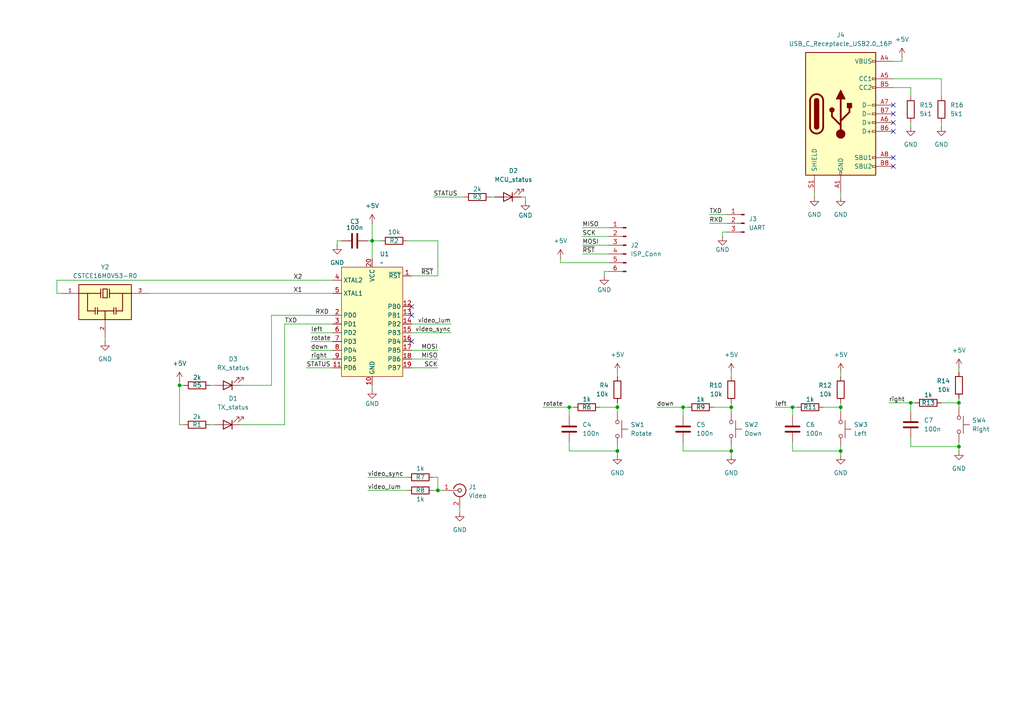
<source format=kicad_sch>
(kicad_sch (version 20231120) (generator "eeschema") (generator_version "8.0")
  (paper "A4")
  (lib_symbols
    (symbol "CSTCE16M0V53-R0:CSTCE16M0V53-R0" (pin_names (offset 1.016))
      (property "Reference" "Y" (at -7.62 6.35 0))
      (property "Value" "CSTCE16M0V53-R0" (at -7.62 -13.97 0))
      (symbol "CSTCE16M0V53-R0_0_0"
        (rectangle (start -7.62 -5.08) (end 7.62 5.08) (stroke (width 0.254)) (fill (type background)))
        (polyline (pts (xy -7.62 2.54) (xy -5.08 2.54)) (stroke (width 0.254)))
        (polyline (pts (xy -5.08 -2.54) (xy -5.08 2.54)) (stroke (width 0.254)))
        (polyline (pts (xy -5.08 2.54) (xy -1.27 2.54)) (stroke (width 0.254)))
        (polyline (pts (xy -2.8575 -2.54) (xy -5.08 -2.54)) (stroke (width 0.254)))
        (polyline (pts (xy -2.8575 -2.54) (xy -2.8575 -3.4925)) (stroke (width 0.254)))
        (polyline (pts (xy -2.8575 -1.5875) (xy -2.8575 -2.54)) (stroke (width 0.254)))
        (polyline (pts (xy -2.2225 -2.54) (xy -2.2225 -3.4925)) (stroke (width 0.254)))
        (polyline (pts (xy -2.2225 -1.5875) (xy -2.2225 -2.54)) (stroke (width 0.254)))
        (polyline (pts (xy -1.27 2.54) (xy -1.27 1.27)) (stroke (width 0.254)))
        (polyline (pts (xy -1.27 3.81) (xy -1.27 2.54)) (stroke (width 0.254)))
        (polyline (pts (xy -0.635 1.27) (xy -0.635 3.81)) (stroke (width 0.254)))
        (polyline (pts (xy -0.635 3.81) (xy 0.635 3.81)) (stroke (width 0.254)))
        (polyline (pts (xy 0 -5.08) (xy 0 -2.54)) (stroke (width 0.254)))
        (polyline (pts (xy 0 -2.54) (xy -2.2225 -2.54)) (stroke (width 0.254)))
        (polyline (pts (xy 0 -2.54) (xy 2.54 -2.54)) (stroke (width 0.254)))
        (polyline (pts (xy 0.635 1.27) (xy -0.635 1.27)) (stroke (width 0.254)))
        (polyline (pts (xy 0.635 3.81) (xy 0.635 1.27)) (stroke (width 0.254)))
        (polyline (pts (xy 1.27 2.54) (xy 1.27 1.27)) (stroke (width 0.254)))
        (polyline (pts (xy 1.27 2.54) (xy 5.08 2.54)) (stroke (width 0.254)))
        (polyline (pts (xy 1.27 3.81) (xy 1.27 2.54)) (stroke (width 0.254)))
        (polyline (pts (xy 2.54 -2.54) (xy 2.54 -3.4925)) (stroke (width 0.254)))
        (polyline (pts (xy 2.54 -1.5875) (xy 2.54 -2.54)) (stroke (width 0.254)))
        (polyline (pts (xy 3.175 -2.54) (xy 3.175 -3.4925)) (stroke (width 0.254)))
        (polyline (pts (xy 3.175 -2.54) (xy 5.08 -2.54)) (stroke (width 0.254)))
        (polyline (pts (xy 3.175 -1.5875) (xy 3.175 -2.54)) (stroke (width 0.254)))
        (polyline (pts (xy 5.08 -2.54) (xy 5.08 2.54)) (stroke (width 0.254)))
        (polyline (pts (xy 5.08 2.54) (xy 7.62 2.54)) (stroke (width 0.254)))
        (pin input line (at -12.7 2.54 0) (length 5.08) (name "~") (number "1"))
        (pin power_in line (at 0 -10.16 90) (length 5.08) (name "~") (number "2"))
        (pin output line (at 12.7 2.54 180) (length 5.08) (name "~") (number "3"))
      )
    )
    (symbol "Connector:Conn_01x03_Pin" (pin_names (offset 1.016) hide)
      (property "Reference" "J" (at 0 5.08 0))
      (property "Value" "Conn_01x03_Pin" (at 0 -5.08 0))
      (symbol "Conn_01x03_Pin_1_1"
        (polyline (pts (xy 1.27 -2.54) (xy 0.8636 -2.54)) (stroke (width 0.1524)))
        (polyline (pts (xy 1.27 0) (xy 0.8636 0)) (stroke (width 0.1524)))
        (polyline (pts (xy 1.27 2.54) (xy 0.8636 2.54)) (stroke (width 0.1524)))
        (rectangle (start 0.8636 -2.413) (end 0 -2.667) (stroke (width 0.1524)) (fill (type outline)))
        (rectangle (start 0.8636 0.127) (end 0 -0.127) (stroke (width 0.1524)) (fill (type outline)))
        (rectangle (start 0.8636 2.667) (end 0 2.413) (stroke (width 0.1524)) (fill (type outline)))
        (pin passive line (at 5.08 2.54 180) (length 3.81) (name "Pin_1") (number "1"))
        (pin passive line (at 5.08 0 180) (length 3.81) (name "Pin_2") (number "2"))
        (pin passive line (at 5.08 -2.54 180) (length 3.81) (name "Pin_3") (number "3"))
      )
    )
    (symbol "Connector:Conn_01x06_Pin" (pin_names (offset 1.016) hide)
      (property "Reference" "J" (at 0 7.62 0))
      (property "Value" "Conn_01x06_Pin" (at 0 -10.16 0))
      (symbol "Conn_01x06_Pin_1_1"
        (polyline (pts (xy 1.27 -7.62) (xy 0.8636 -7.62)) (stroke (width 0.1524)))
        (polyline (pts (xy 1.27 -5.08) (xy 0.8636 -5.08)) (stroke (width 0.1524)))
        (polyline (pts (xy 1.27 -2.54) (xy 0.8636 -2.54)) (stroke (width 0.1524)))
        (polyline (pts (xy 1.27 0) (xy 0.8636 0)) (stroke (width 0.1524)))
        (polyline (pts (xy 1.27 2.54) (xy 0.8636 2.54)) (stroke (width 0.1524)))
        (polyline (pts (xy 1.27 5.08) (xy 0.8636 5.08)) (stroke (width 0.1524)))
        (rectangle (start 0.8636 -7.493) (end 0 -7.747) (stroke (width 0.1524)) (fill (type outline)))
        (rectangle (start 0.8636 -4.953) (end 0 -5.207) (stroke (width 0.1524)) (fill (type outline)))
        (rectangle (start 0.8636 -2.413) (end 0 -2.667) (stroke (width 0.1524)) (fill (type outline)))
        (rectangle (start 0.8636 0.127) (end 0 -0.127) (stroke (width 0.1524)) (fill (type outline)))
        (rectangle (start 0.8636 2.667) (end 0 2.413) (stroke (width 0.1524)) (fill (type outline)))
        (rectangle (start 0.8636 5.207) (end 0 4.953) (stroke (width 0.1524)) (fill (type outline)))
        (pin passive line (at 5.08 5.08 180) (length 3.81) (name "Pin_1") (number "1"))
        (pin passive line (at 5.08 2.54 180) (length 3.81) (name "Pin_2") (number "2"))
        (pin passive line (at 5.08 0 180) (length 3.81) (name "Pin_3") (number "3"))
        (pin passive line (at 5.08 -2.54 180) (length 3.81) (name "Pin_4") (number "4"))
        (pin passive line (at 5.08 -5.08 180) (length 3.81) (name "Pin_5") (number "5"))
        (pin passive line (at 5.08 -7.62 180) (length 3.81) (name "Pin_6") (number "6"))
      )
    )
    (symbol "Connector:Conn_Coaxial" (pin_names (offset 1.016) hide)
      (property "Reference" "J" (at 0.254 3.048 0))
      (property "Value" "Conn_Coaxial" (at 2.921 0 90))
      (symbol "Conn_Coaxial_0_1"
        (arc (start -1.778 -0.508) (mid 0.2311 -1.8066) (end 1.778 0) (stroke (width 0.254)))
        (polyline (pts (xy -2.54 0) (xy -0.508 0)))
        (polyline (pts (xy 0 -2.54) (xy 0 -1.778)))
        (circle (center 0 0) (radius 0.508) (stroke (width 0.2032)))
        (arc (start 1.778 0) (mid 0.2099 1.8101) (end -1.778 0.508) (stroke (width 0.254)))
      )
      (symbol "Conn_Coaxial_1_1"
        (pin passive line (at -5.08 0 0) (length 2.54) (name "In") (number "1"))
        (pin passive line (at 0 -5.08 90) (length 2.54) (name "Ext") (number "2"))
      )
    )
    (symbol "Connector:USB_C_Receptacle_USB2.0_16P" (pin_names (offset 1.016))
      (property "Reference" "J" (at 0 22.225 0))
      (property "Value" "USB_C_Receptacle_USB2.0_16P" (at 0 19.685 0))
      (symbol "USB_C_Receptacle_USB2.0_16P_0_0"
        (rectangle (start -0.254 -17.78) (end 0.254 -16.764))
        (rectangle (start 10.16 -14.986) (end 9.144 -15.494))
        (rectangle (start 10.16 -12.446) (end 9.144 -12.954))
        (rectangle (start 10.16 -4.826) (end 9.144 -5.334))
        (rectangle (start 10.16 -2.286) (end 9.144 -2.794))
        (rectangle (start 10.16 0.254) (end 9.144 -0.254))
        (rectangle (start 10.16 2.794) (end 9.144 2.286))
        (rectangle (start 10.16 7.874) (end 9.144 7.366))
        (rectangle (start 10.16 10.414) (end 9.144 9.906))
        (rectangle (start 10.16 15.494) (end 9.144 14.986))
      )
      (symbol "USB_C_Receptacle_USB2.0_16P_0_1"
        (rectangle (start -10.16 17.78) (end 10.16 -17.78) (stroke (width 0.254)) (fill (type background)))
        (arc (start -8.89 -3.81) (mid -6.985 -5.7067) (end -5.08 -3.81) (stroke (width 0.508)))
        (arc (start -7.62 -3.81) (mid -6.985 -4.4423) (end -6.35 -3.81) (stroke (width 0.254)))
        (arc (start -7.62 -3.81) (mid -6.985 -4.4423) (end -6.35 -3.81) (stroke (width 0.254)) (fill (type outline)))
        (rectangle (start -7.62 -3.81) (end -6.35 3.81) (stroke (width 0.254)) (fill (type outline)))
        (arc (start -6.35 3.81) (mid -6.985 4.4423) (end -7.62 3.81) (stroke (width 0.254)))
        (arc (start -6.35 3.81) (mid -6.985 4.4423) (end -7.62 3.81) (stroke (width 0.254)) (fill (type outline)))
        (arc (start -5.08 3.81) (mid -6.985 5.7067) (end -8.89 3.81) (stroke (width 0.508)))
        (circle (center -2.54 1.143) (radius 0.635) (stroke (width 0.254)) (fill (type outline)))
        (circle (center 0 -5.842) (radius 1.27) (fill (type outline)))
        (polyline (pts (xy -8.89 -3.81) (xy -8.89 3.81)) (stroke (width 0.508)))
        (polyline (pts (xy -5.08 3.81) (xy -5.08 -3.81)) (stroke (width 0.508)))
        (polyline (pts (xy 0 -5.842) (xy 0 4.318)) (stroke (width 0.508)))
        (polyline (pts (xy 0 -3.302) (xy -2.54 -0.762) (xy -2.54 0.508)) (stroke (width 0.508)))
        (polyline (pts (xy 0 -2.032) (xy 2.54 0.508) (xy 2.54 1.778)) (stroke (width 0.508)))
        (polyline (pts (xy -1.27 4.318) (xy 0 6.858) (xy 1.27 4.318) (xy -1.27 4.318)) (stroke (width 0.254)) (fill (type outline)))
        (rectangle (start 1.905 1.778) (end 3.175 3.048) (stroke (width 0.254)) (fill (type outline)))
      )
      (symbol "USB_C_Receptacle_USB2.0_16P_1_1"
        (pin passive line (at 0 -22.86 90) (length 5.08) (name "GND") (number "A1"))
        (pin passive line (at 0 -22.86 90) (length 5.08) hide (name "GND") (number "A12"))
        (pin passive line (at 15.24 15.24 180) (length 5.08) (name "VBUS") (number "A4"))
        (pin bidirectional line (at 15.24 10.16 180) (length 5.08) (name "CC1") (number "A5"))
        (pin bidirectional line (at 15.24 -2.54 180) (length 5.08) (name "D+") (number "A6"))
        (pin bidirectional line (at 15.24 2.54 180) (length 5.08) (name "D-") (number "A7"))
        (pin bidirectional line (at 15.24 -12.7 180) (length 5.08) (name "SBU1") (number "A8"))
        (pin passive line (at 15.24 15.24 180) (length 5.08) hide (name "VBUS") (number "A9"))
        (pin passive line (at 0 -22.86 90) (length 5.08) hide (name "GND") (number "B1"))
        (pin passive line (at 0 -22.86 90) (length 5.08) hide (name "GND") (number "B12"))
        (pin passive line (at 15.24 15.24 180) (length 5.08) hide (name "VBUS") (number "B4"))
        (pin bidirectional line (at 15.24 7.62 180) (length 5.08) (name "CC2") (number "B5"))
        (pin bidirectional line (at 15.24 -5.08 180) (length 5.08) (name "D+") (number "B6"))
        (pin bidirectional line (at 15.24 0 180) (length 5.08) (name "D-") (number "B7"))
        (pin bidirectional line (at 15.24 -15.24 180) (length 5.08) (name "SBU2") (number "B8"))
        (pin passive line (at 15.24 15.24 180) (length 5.08) hide (name "VBUS") (number "B9"))
        (pin passive line (at -7.62 -22.86 90) (length 5.08) (name "SHIELD") (number "S1"))
      )
    )
    (symbol "Device:C" (pin_numbers hide) (pin_names (offset 0.254))
      (property "Reference" "C" (at 0.635 2.54 0))
      (property "Value" "C" (at 0.635 -2.54 0))
      (symbol "C_0_1"
        (polyline (pts (xy -2.032 -0.762) (xy 2.032 -0.762)) (stroke (width 0.508)))
        (polyline (pts (xy -2.032 0.762) (xy 2.032 0.762)) (stroke (width 0.508)))
      )
      (symbol "C_1_1"
        (pin passive line (at 0 3.81 270) (length 2.794) (name "~") (number "1"))
        (pin passive line (at 0 -3.81 90) (length 2.794) (name "~") (number "2"))
      )
    )
    (symbol "Device:LED" (pin_numbers hide) (pin_names (offset 1.016) hide)
      (property "Reference" "D" (at 0 2.54 0))
      (property "Value" "LED" (at 0 -2.54 0))
      (symbol "LED_0_1"
        (polyline (pts (xy -1.27 -1.27) (xy -1.27 1.27)) (stroke (width 0.254)))
        (polyline (pts (xy -1.27 0) (xy 1.27 0)))
        (polyline (pts (xy 1.27 -1.27) (xy 1.27 1.27) (xy -1.27 0) (xy 1.27 -1.27)) (stroke (width 0.254)))
        (polyline (pts (xy -3.048 -0.762) (xy -4.572 -2.286) (xy -3.81 -2.286) (xy -4.572 -2.286) (xy -4.572 -1.524)))
        (polyline (pts (xy -1.778 -0.762) (xy -3.302 -2.286) (xy -2.54 -2.286) (xy -3.302 -2.286) (xy -3.302 -1.524)))
      )
      (symbol "LED_1_1"
        (pin passive line (at -3.81 0 0) (length 2.54) (name "K") (number "1"))
        (pin passive line (at 3.81 0 180) (length 2.54) (name "A") (number "2"))
      )
    )
    (symbol "Device:R" (pin_numbers hide) (pin_names (offset 0))
      (property "Reference" "R" (at 2.032 0 90))
      (property "Value" "R" (at 0 0 90))
      (symbol "R_0_1"
        (rectangle (start -1.016 -2.54) (end 1.016 2.54) (stroke (width 0.254)))
      )
      (symbol "R_1_1"
        (pin passive line (at 0 3.81 270) (length 1.27) (name "~") (number "1"))
        (pin passive line (at 0 -3.81 90) (length 1.27) (name "~") (number "2"))
      )
    )
    (symbol "GND_1" (power) (pin_numbers hide) (pin_names (offset 0) hide)
      (property "Value" "GND" (at 0 -3.81 0))
      (symbol "GND_1_0_1"
        (polyline (pts (xy 0 0) (xy 0 -1.27) (xy 1.27 -1.27) (xy 0 -2.54) (xy -1.27 -1.27) (xy 0 -1.27)))
      )
      (symbol "GND_1_1_1"
        (pin power_in line (at 0 0 270) (length 0) (name "~") (number "1"))
      )
    )
    (symbol "Switch:SW_Push" (pin_numbers hide) (pin_names (offset 1.016) hide)
      (property "Reference" "SW" (at 1.27 2.54 0))
      (property "Value" "SW_Push" (at 0 -1.524 0))
      (symbol "SW_Push_0_1"
        (circle (center -2.032 0) (radius 0.508))
        (polyline (pts (xy 0 1.27) (xy 0 3.048)))
        (polyline (pts (xy 2.54 1.27) (xy -2.54 1.27)))
        (circle (center 2.032 0) (radius 0.508))
        (pin passive line (at -5.08 0 0) (length 2.54) (name "1") (number "1"))
        (pin passive line (at 5.08 0 180) (length 2.54) (name "2") (number "2"))
      )
    )
    (symbol "at90s2313:AT90S2313"
      (property "Reference" "U" (at -0.254 -2.794 0))
      (symbol "AT90S2313_1_1"
        (rectangle (start -8.89 15.24) (end 8.89 -16.51) (fill (type background)))
        (pin input line (at 11.43 12.7 180) (length 2.54) (name "~{RST}") (number "1"))
        (pin power_in line (at 0 -19.05 90) (length 2.54) (name "GND") (number "10"))
        (pin input line (at -11.43 -13.97 0) (length 2.54) (name "PD6") (number "11"))
        (pin input line (at 11.43 3.81 180) (length 2.54) (name "PB0") (number "12"))
        (pin input line (at 11.43 1.27 180) (length 2.54) (name "PB1") (number "13"))
        (pin input line (at 11.43 -1.27 180) (length 2.54) (name "PB2") (number "14"))
        (pin input line (at 11.43 -3.81 180) (length 2.54) (name "PB3") (number "15"))
        (pin input line (at 11.43 -6.35 180) (length 2.54) (name "PB4") (number "16"))
        (pin input line (at 11.43 -8.89 180) (length 2.54) (name "PB5") (number "17"))
        (pin input line (at 11.43 -11.43 180) (length 2.54) (name "PB6") (number "18"))
        (pin input line (at 11.43 -13.97 180) (length 2.54) (name "PB7") (number "19"))
        (pin input line (at -11.43 1.27 0) (length 2.54) (name "PD0") (number "2"))
        (pin power_in line (at 0 17.78 270) (length 2.54) (name "VCC") (number "20"))
        (pin input line (at -11.43 -1.27 0) (length 2.54) (name "PD1") (number "3"))
        (pin input line (at -11.43 11.43 0) (length 2.54) (name "XTAL2") (number "4"))
        (pin input line (at -11.43 7.62 0) (length 2.54) (name "XTAL1") (number "5"))
        (pin input line (at -11.43 -3.81 0) (length 2.54) (name "PD2") (number "6"))
        (pin input line (at -11.43 -6.35 0) (length 2.54) (name "PD3") (number "7"))
        (pin input line (at -11.43 -8.89 0) (length 2.54) (name "PD4") (number "8"))
        (pin input line (at -11.43 -11.43 0) (length 2.54) (name "PD5") (number "9"))
      )
    )
    (symbol "power:+5V" (power) (pin_numbers hide) (pin_names (offset 0) hide)
      (property "Value" "+5V" (at 0 3.556 0))
      (symbol "+5V_0_1"
        (polyline (pts (xy -0.762 1.27) (xy 0 2.54)))
        (polyline (pts (xy 0 0) (xy 0 2.54)))
        (polyline (pts (xy 0 2.54) (xy 0.762 1.27)))
      )
      (symbol "+5V_1_1"
        (pin power_in line (at 0 0 90) (length 0) (name "~") (number "1"))
      )
    )
    (symbol "power:GND" (power) (pin_numbers hide) (pin_names (offset 0) hide)
      (property "Value" "GND" (at 0 -3.81 0))
      (symbol "GND_0_1"
        (polyline (pts (xy 0 0) (xy 0 -1.27) (xy 1.27 -1.27) (xy 0 -2.54) (xy -1.27 -1.27) (xy 0 -1.27)))
      )
      (symbol "GND_1_1"
        (pin power_in line (at 0 0 270) (length 0) (name "~") (number "1"))
      )
    )
  )
  (junction (at 212.09 130.81))
  (junction (at 278.13 116.84))
  (junction (at 179.07 130.81))
  (junction (at 179.07 118.11))
  (junction (at 243.84 130.81))
  (junction (at 198.12 118.11))
  (junction (at 52.07 111.76))
  (junction (at 212.09 118.11))
  (junction (at 165.1 118.11))
  (junction (at 127 142.24))
  (junction (at 243.84 118.11))
  (junction (at 264.16 116.84))
  (junction (at 107.95 69.85))
  (junction (at 278.13 129.54))
  (junction (at 229.87 118.11))
  (no_connect (at 119.38 99.06))
  (no_connect (at 259.08 48.26))
  (no_connect (at 259.08 38.1))
  (no_connect (at 259.08 35.56))
  (no_connect (at 119.38 88.9))
  (no_connect (at 259.08 33.02))
  (no_connect (at 259.08 45.72))
  (no_connect (at 259.08 30.48))
  (no_connect (at 119.38 91.44))
  (wire (pts (xy 119.38 80.01) (xy 127 80.01)))
  (wire (pts (xy 17.78 85.09) (xy 16.51 85.09)))
  (wire (pts (xy 209.55 67.31) (xy 209.55 68.58)))
  (wire (pts (xy 278.13 106.68) (xy 278.13 107.95)))
  (wire (pts (xy 142.24 57.15) (xy 143.51 57.15)))
  (wire (pts (xy 273.05 22.86) (xy 259.08 22.86)))
  (wire (pts (xy 261.62 17.78) (xy 261.62 16.51)))
  (wire (pts (xy 205.74 62.23) (xy 210.82 62.23)))
  (wire (pts (xy 52.07 111.76) (xy 52.07 123.19)))
  (wire (pts (xy 107.95 69.85) (xy 110.49 69.85)))
  (wire (pts (xy 190.5 118.11) (xy 198.12 118.11)))
  (wire (pts (xy 118.11 69.85) (xy 127 69.85)))
  (wire (pts (xy 278.13 128.27) (xy 278.13 129.54)))
  (wire (pts (xy 107.95 111.76) (xy 107.95 113.03)))
  (wire (pts (xy 264.16 25.4) (xy 259.08 25.4)))
  (wire (pts (xy 273.05 27.94) (xy 273.05 22.86)))
  (wire (pts (xy 60.96 123.19) (xy 62.23 123.19)))
  (wire (pts (xy 118.11 138.43) (xy 106.68 138.43)))
  (wire (pts (xy 162.56 74.93) (xy 162.56 76.2)))
  (wire (pts (xy 257.81 116.84) (xy 264.16 116.84)))
  (wire (pts (xy 179.07 130.81) (xy 179.07 132.08)))
  (wire (pts (xy 119.38 93.98) (xy 130.81 93.98)))
  (wire (pts (xy 99.06 69.85) (xy 97.79 69.85)))
  (wire (pts (xy 127 142.24) (xy 128.27 142.24)))
  (wire (pts (xy 176.53 78.74) (xy 175.26 78.74)))
  (wire (pts (xy 264.16 129.54) (xy 264.16 127)))
  (wire (pts (xy 179.07 129.54) (xy 179.07 130.81)))
  (wire (pts (xy 125.73 138.43) (xy 127 138.43)))
  (wire (pts (xy 198.12 130.81) (xy 198.12 128.27)))
  (wire (pts (xy 127 69.85) (xy 127 80.01)))
  (wire (pts (xy 278.13 129.54) (xy 264.16 129.54)))
  (wire (pts (xy 106.68 142.24) (xy 118.11 142.24)))
  (wire (pts (xy 212.09 130.81) (xy 212.09 132.08)))
  (wire (pts (xy 278.13 129.54) (xy 278.13 130.81)))
  (wire (pts (xy 52.07 123.19) (xy 53.34 123.19)))
  (wire (pts (xy 273.05 116.84) (xy 278.13 116.84)))
  (wire (pts (xy 265.43 116.84) (xy 264.16 116.84)))
  (wire (pts (xy 176.53 66.04) (xy 168.91 66.04)))
  (wire (pts (xy 212.09 118.11) (xy 212.09 119.38)))
  (wire (pts (xy 152.4 58.42) (xy 152.4 57.15)))
  (wire (pts (xy 43.18 85.09) (xy 96.52 85.09)))
  (wire (pts (xy 179.07 116.84) (xy 179.07 118.11)))
  (wire (pts (xy 127 138.43) (xy 127 142.24)))
  (wire (pts (xy 198.12 118.11) (xy 198.12 120.65)))
  (wire (pts (xy 173.99 118.11) (xy 179.07 118.11)))
  (wire (pts (xy 229.87 130.81) (xy 229.87 128.27)))
  (wire (pts (xy 133.35 147.32) (xy 133.35 148.59)))
  (wire (pts (xy 264.16 27.94) (xy 264.16 25.4)))
  (wire (pts (xy 212.09 107.95) (xy 212.09 109.22)))
  (wire (pts (xy 199.39 118.11) (xy 198.12 118.11)))
  (wire (pts (xy 243.84 118.11) (xy 243.84 119.38)))
  (wire (pts (xy 107.95 69.85) (xy 107.95 74.93)))
  (wire (pts (xy 82.55 93.98) (xy 96.52 93.98)))
  (wire (pts (xy 69.85 111.76) (xy 78.74 111.76)))
  (wire (pts (xy 106.68 69.85) (xy 107.95 69.85)))
  (wire (pts (xy 176.53 68.58) (xy 168.91 68.58)))
  (wire (pts (xy 119.38 96.52) (xy 130.81 96.52)))
  (wire (pts (xy 243.84 116.84) (xy 243.84 118.11)))
  (wire (pts (xy 229.87 118.11) (xy 229.87 120.65)))
  (wire (pts (xy 278.13 116.84) (xy 278.13 118.11)))
  (wire (pts (xy 162.56 76.2) (xy 176.53 76.2)))
  (wire (pts (xy 243.84 130.81) (xy 243.84 132.08)))
  (wire (pts (xy 212.09 130.81) (xy 198.12 130.81)))
  (wire (pts (xy 168.91 73.66) (xy 176.53 73.66)))
  (wire (pts (xy 107.95 64.77) (xy 107.95 69.85)))
  (wire (pts (xy 119.38 106.68) (xy 127 106.68)))
  (wire (pts (xy 119.38 101.6) (xy 127 101.6)))
  (wire (pts (xy 278.13 115.57) (xy 278.13 116.84)))
  (wire (pts (xy 88.9 106.68) (xy 96.52 106.68)))
  (wire (pts (xy 82.55 93.98) (xy 82.55 123.19)))
  (wire (pts (xy 165.1 118.11) (xy 165.1 120.65)))
  (wire (pts (xy 165.1 130.81) (xy 165.1 128.27)))
  (wire (pts (xy 243.84 55.88) (xy 243.84 57.15)))
  (wire (pts (xy 90.17 104.14) (xy 96.52 104.14)))
  (wire (pts (xy 52.07 111.76) (xy 53.34 111.76)))
  (wire (pts (xy 243.84 129.54) (xy 243.84 130.81)))
  (wire (pts (xy 97.79 69.85) (xy 97.79 71.12)))
  (wire (pts (xy 243.84 107.95) (xy 243.84 109.22)))
  (wire (pts (xy 16.51 81.28) (xy 96.52 81.28)))
  (wire (pts (xy 273.05 36.83) (xy 273.05 35.56)))
  (wire (pts (xy 210.82 67.31) (xy 209.55 67.31)))
  (wire (pts (xy 60.96 111.76) (xy 62.23 111.76)))
  (wire (pts (xy 82.55 123.19) (xy 69.85 123.19)))
  (wire (pts (xy 78.74 91.44) (xy 96.52 91.44)))
  (wire (pts (xy 166.37 118.11) (xy 165.1 118.11)))
  (wire (pts (xy 175.26 78.74) (xy 175.26 80.01)))
  (wire (pts (xy 119.38 104.14) (xy 127 104.14)))
  (wire (pts (xy 207.01 118.11) (xy 212.09 118.11)))
  (wire (pts (xy 179.07 130.81) (xy 165.1 130.81)))
  (wire (pts (xy 179.07 107.95) (xy 179.07 109.22)))
  (wire (pts (xy 231.14 118.11) (xy 229.87 118.11)))
  (wire (pts (xy 125.73 57.15) (xy 134.62 57.15)))
  (wire (pts (xy 259.08 17.78) (xy 261.62 17.78)))
  (wire (pts (xy 224.79 118.11) (xy 229.87 118.11)))
  (wire (pts (xy 243.84 130.81) (xy 229.87 130.81)))
  (wire (pts (xy 90.17 96.52) (xy 96.52 96.52)))
  (wire (pts (xy 238.76 118.11) (xy 243.84 118.11)))
  (wire (pts (xy 205.74 64.77) (xy 210.82 64.77)))
  (wire (pts (xy 90.17 99.06) (xy 96.52 99.06)))
  (wire (pts (xy 157.48 118.11) (xy 165.1 118.11)))
  (wire (pts (xy 90.17 101.6) (xy 96.52 101.6)))
  (wire (pts (xy 125.73 142.24) (xy 127 142.24)))
  (wire (pts (xy 52.07 110.49) (xy 52.07 111.76)))
  (wire (pts (xy 151.13 57.15) (xy 152.4 57.15)))
  (wire (pts (xy 212.09 129.54) (xy 212.09 130.81)))
  (wire (pts (xy 236.22 55.88) (xy 236.22 57.15)))
  (wire (pts (xy 179.07 118.11) (xy 179.07 119.38)))
  (wire (pts (xy 30.48 97.79) (xy 30.48 99.06)))
  (wire (pts (xy 212.09 116.84) (xy 212.09 118.11)))
  (wire (pts (xy 176.53 71.12) (xy 168.91 71.12)))
  (wire (pts (xy 264.16 36.83) (xy 264.16 35.56)))
  (wire (pts (xy 16.51 85.09) (xy 16.51 81.28)))
  (wire (pts (xy 78.74 111.76) (xy 78.74 91.44)))
  (wire (pts (xy 264.16 116.84) (xy 264.16 119.38)))
  (label "STATUS" (at 88.9 106.68 0))
  (label "MOSI" (at 127 101.6 180))
  (label "down" (at 190.5 118.11 0))
  (label "right" (at 90.17 104.14 0))
  (label "X1" (at 85.09 85.09 0))
  (label "video_sync" (at 130.81 96.52 180))
  (label "video_sync" (at 106.68 138.43 0))
  (label "MISO" (at 127 104.14 180))
  (label "~{RST}" (at 125.73 80.01 180))
  (label "STATUS" (at 125.73 57.15 0))
  (label "SCK" (at 168.91 68.58 0))
  (label "MOSI" (at 168.91 71.12 0))
  (label "MISO" (at 168.91 66.04 0))
  (label "rotate" (at 157.48 118.11 0))
  (label "video_lum" (at 130.81 93.98 180))
  (label "SCK" (at 127 106.68 180))
  (label "video_lum" (at 106.68 142.24 0))
  (label "RXD" (at 91.44 91.44 0))
  (label "X2" (at 85.09 81.28 0))
  (label "~{RST}" (at 168.91 73.66 0))
  (label "TXD" (at 82.55 93.98 0))
  (label "down" (at 90.17 101.6 0))
  (label "RXD" (at 205.74 64.77 0))
  (label "left" (at 90.17 96.52 0))
  (label "left" (at 224.79 118.11 0))
  (label "rotate" (at 90.17 99.06 0))
  (label "right" (at 257.81 116.84 0))
  (label "TXD" (at 205.74 62.23 0))
  (symbol (lib_id "Device:R") (at 114.3 69.85 90) (unit 1)
    (property "Reference" "R2" (at 114.3 69.85 90))
    (property "Value" "10k" (at 114.3 67.31 90))
    (property "Footprint" "Resistor_SMD:R_0603_1608Metric_Pad0.98x0.95mm_HandSolder" (effects (hide yes)))
    (property "Description" "Resistor" (effects (hide yes)))
  )
  (symbol (lib_id "Switch:SW_Push") (at 212.09 124.46 270) (unit 1)
    (property "Reference" "SW2" (at 215.9 123.1899 90) (effects (justify left)))
    (property "Value" "Down" (at 215.9 125.7299 90) (effects (justify left)))
    (property "Footprint" "Button_Switch_THT:SW_PUSH_6mm" (effects (hide yes)))
    (property "Description" "Push button switch, generic, two pins" (effects (hide yes)))
  )
  (symbol (lib_id "Device:C") (at 102.87 69.85 90) (unit 1)
    (property "Reference" "C3" (at 102.87 64.262 90))
    (property "Value" "100n" (at 102.87 66.04 90))
    (property "Footprint" "Capacitor_SMD:C_0603_1608Metric_Pad1.08x0.95mm_HandSolder" (effects (hide yes)))
    (property "Description" "Unpolarized capacitor" (effects (hide yes)))
  )
  (symbol (lib_id "Device:R") (at 170.18 118.11 90) (unit 1)
    (property "Reference" "R6" (at 170.18 118.11 90))
    (property "Value" "1k" (at 170.18 115.824 90))
    (property "Footprint" "Resistor_SMD:R_0603_1608Metric" (effects (hide yes)))
    (property "Description" "Resistor" (effects (hide yes)))
  )
  (symbol (lib_id "power:GND") (at 179.07 132.08 0) (unit 1)
    (property "Reference" "#PWR01" (effects (hide yes)))
    (property "Value" "GND" (at 179.07 137.16 0))
    (property "Description" "Power symbol creates a global label with name \"GND\" , ground" (effects (hide yes)))
  )
  (symbol (lib_id "Connector:USB_C_Receptacle_USB2.0_16P") (at 243.84 33.02 0) (unit 1)
    (property "Reference" "J4" (at 243.84 10.16 0))
    (property "Value" "USB_C_Receptacle_USB2.0_16P" (at 243.84 12.7 0))
    (property "Footprint" "Connector_USB:USB_C_Receptacle_G-Switch_GT-USB-7010ASV" (effects (hide yes)))
    (property "Datasheet" "https://www.usb.org/sites/default/files/documents/usb_type-c.zip" (effects (hide yes)))
    (property "Description" "USB 2.0-only 16P Type-C Receptacle connector" (effects (hide yes)))
  )
  (symbol (lib_id "Device:R") (at 273.05 31.75 0) (unit 1)
    (property "Reference" "R16" (at 275.59 30.4799 0) (effects (justify left)))
    (property "Value" "5k1" (at 275.59 33.0199 0) (effects (justify left)))
    (property "Footprint" "Resistor_SMD:R_0603_1608Metric" (effects (hide yes)))
    (property "Description" "Resistor" (effects (hide yes)))
  )
  (symbol (lib_id "Connector:Conn_Coaxial") (at 133.35 142.24 0) (unit 1)
    (property "Reference" "J1" (at 135.89 141.2631 0) (effects (justify left)))
    (property "Value" "Video" (at 135.89 143.8031 0) (effects (justify left)))
    (property "Footprint" "RCA:CUI_RCJ-013" (effects (hide yes)))
    (property "Description" "coaxial connector (BNC, SMA, SMB, SMC, Cinch/RCA, LEMO, ...)" (effects (hide yes)))
  )
  (symbol (lib_id "power:+5V") (at 107.95 64.77 0) (unit 1)
    (property "Reference" "#PWR05" (effects (hide yes)))
    (property "Value" "+5V" (at 107.95 59.69 0))
    (property "Description" "Power symbol creates a global label with name \"+5V\"" (effects (hide yes)))
  )
  (symbol (lib_id "Device:R") (at 121.92 142.24 270) (unit 1)
    (property "Reference" "R8" (at 121.92 142.24 90))
    (property "Value" "1k" (at 121.92 144.78 90))
    (property "Footprint" "Resistor_SMD:R_0603_1608Metric" (effects (hide yes)))
    (property "Description" "Resistor" (effects (hide yes)))
  )
  (symbol (lib_id "power:GND") (at 236.22 57.15 0) (unit 1)
    (property "Reference" "#PWR07" (effects (hide yes)))
    (property "Value" "GND" (at 236.22 62.23 0))
    (property "Description" "Power symbol creates a global label with name \"GND\" , ground" (effects (hide yes)))
  )
  (symbol (lib_id "Device:R") (at 179.07 113.03 0) (unit 1)
    (property "Reference" "R4" (at 176.53 111.7599 0) (effects (justify right)))
    (property "Value" "10k" (at 176.53 114.2999 0) (effects (justify right)))
    (property "Footprint" "Resistor_SMD:R_0603_1608Metric" (effects (hide yes)))
    (property "Description" "Resistor" (effects (hide yes)))
  )
  (symbol (lib_id "power:+5V") (at 162.56 74.93 0) (unit 1)
    (property "Reference" "#PWR08" (effects (hide yes)))
    (property "Value" "+5V" (at 162.56 69.85 0))
    (property "Description" "Power symbol creates a global label with name \"+5V\"" (effects (hide yes)))
  )
  (symbol (lib_id "power:+5V") (at 212.09 107.95 0) (unit 1)
    (property "Reference" "#PWR013" (effects (hide yes)))
    (property "Value" "+5V" (at 212.09 102.87 0))
    (property "Description" "Power symbol creates a global label with name \"+5V\"" (effects (hide yes)))
  )
  (symbol (lib_id "power:+5V") (at 52.07 110.49 0) (unit 1)
    (property "Reference" "#PWR010" (effects (hide yes)))
    (property "Value" "+5V" (at 52.07 105.41 0))
    (property "Description" "Power symbol creates a global label with name \"+5V\"" (effects (hide yes)))
  )
  (symbol (lib_id "Device:R") (at 212.09 113.03 0) (unit 1)
    (property "Reference" "R10" (at 209.55 111.7599 0) (effects (justify right)))
    (property "Value" "10k" (at 209.55 114.2999 0) (effects (justify right)))
    (property "Footprint" "Resistor_SMD:R_0603_1608Metric" (effects (hide yes)))
    (property "Description" "Resistor" (effects (hide yes)))
  )
  (symbol (lib_id "Device:C") (at 165.1 124.46 0) (mirror y) (unit 1)
    (property "Reference" "C4" (at 168.91 123.1899 0) (effects (justify right)))
    (property "Value" "100n" (at 168.91 125.7299 0) (effects (justify right)))
    (property "Footprint" "Capacitor_SMD:C_0603_1608Metric" (effects (hide yes)))
    (property "Description" "Unpolarized capacitor" (effects (hide yes)))
  )
  (symbol (lib_id "power:GND") (at 97.79 71.12 0) (unit 1)
    (property "Reference" "#PWR04" (effects (hide yes)))
    (property "Value" "GND" (at 97.79 76.2 0))
    (property "Description" "Power symbol creates a global label with name \"GND\" , ground" (effects (hide yes)))
  )
  (symbol (lib_id "Device:R") (at 264.16 31.75 0) (unit 1)
    (property "Reference" "R15" (at 266.7 30.4799 0) (effects (justify left)))
    (property "Value" "5k1" (at 266.7 33.0199 0) (effects (justify left)))
    (property "Footprint" "Resistor_SMD:R_0603_1608Metric" (effects (hide yes)))
    (property "Description" "Resistor" (effects (hide yes)))
  )
  (symbol (lib_id "Device:C") (at 198.12 124.46 0) (mirror y) (unit 1)
    (property "Reference" "C5" (at 201.93 123.1899 0) (effects (justify right)))
    (property "Value" "100n" (at 201.93 125.7299 0) (effects (justify right)))
    (property "Footprint" "Capacitor_SMD:C_0603_1608Metric" (effects (hide yes)))
    (property "Description" "Unpolarized capacitor" (effects (hide yes)))
  )
  (symbol (lib_id "power:GND") (at 107.95 113.03 0) (unit 1)
    (property "Reference" "#PWR06" (effects (hide yes)))
    (property "Value" "GND" (at 107.95 117.094 0))
    (property "Description" "Power symbol creates a global label with name \"GND\" , ground" (effects (hide yes)))
  )
  (symbol (lib_id "Device:R") (at 57.15 123.19 90) (unit 1)
    (property "Reference" "R1" (at 57.15 123.19 90))
    (property "Value" "2k" (at 57.15 120.904 90))
    (property "Footprint" "Resistor_SMD:R_0603_1608Metric_Pad0.98x0.95mm_HandSolder" (effects (hide yes)))
    (property "Description" "Resistor" (effects (hide yes)))
  )
  (symbol (lib_id "at90s2313:AT90S2313") (at 107.95 92.71 0) (unit 1)
    (property "Reference" "U1" (at 110.1441 73.66 0) (effects (justify left)))
    (property "Value" "~" (at 110.1441 76.2 0) (effects (justify left)))
    (property "Footprint" "Package_SO:SOIC-20W_7.5x12.8mm_P1.27mm" (effects (hide yes)))
    (property "Datasheet" "https://www.silicon-ark.co.uk/datasheets/at90s2313-datasheet-atmel.pdf" (effects (hide yes)))
    (property "Description" "8-bit Microcontroller with 2K Bytes of In-System Programmable Flash" (effects (hide yes)))
  )
  (symbol (lib_id "power:GND") (at 133.35 148.59 0) (unit 1)
    (property "Reference" "#PWR012" (effects (hide yes)))
    (property "Value" "GND" (at 133.35 153.67 0))
    (property "Description" "Power symbol creates a global label with name \"GND\" , ground" (effects (hide yes)))
  )
  (symbol (lib_id "Connector:Conn_01x06_Pin") (at 181.61 71.12 0) (mirror y) (unit 1)
    (property "Reference" "J2" (at 182.88 71.1199 0) (effects (justify right)))
    (property "Value" "ISP_Conn" (at 182.88 73.6599 0) (effects (justify right)))
    (property "Footprint" "Connector_PinHeader_2.54mm:PinHeader_2x03_P2.54mm_Vertical" (effects (hide yes)))
    (property "Description" "Generic connector, single row, 01x06, script generated" (effects (hide yes)))
  )
  (symbol (lib_id "Device:C") (at 229.87 124.46 0) (mirror y) (unit 1)
    (property "Reference" "C6" (at 233.68 123.1899 0) (effects (justify right)))
    (property "Value" "100n" (at 233.68 125.7299 0) (effects (justify right)))
    (property "Footprint" "Capacitor_SMD:C_0603_1608Metric" (effects (hide yes)))
    (property "Description" "Unpolarized capacitor" (effects (hide yes)))
  )
  (symbol (lib_id "power:+5V") (at 278.13 106.68 0) (unit 1)
    (property "Reference" "#PWR017" (effects (hide yes)))
    (property "Value" "+5V" (at 278.13 101.6 0))
    (property "Description" "Power symbol creates a global label with name \"+5V\"" (effects (hide yes)))
  )
  (symbol (lib_id "power:+5V") (at 179.07 107.95 0) (unit 1)
    (property "Reference" "#PWR011" (effects (hide yes)))
    (property "Value" "+5V" (at 179.07 102.87 0))
    (property "Description" "Power symbol creates a global label with name \"+5V\"" (effects (hide yes)))
  )
  (symbol (lib_id "power:GND") (at 273.05 36.83 0) (unit 1)
    (property "Reference" "#PWR022" (effects (hide yes)))
    (property "Value" "GND" (at 273.05 41.91 0))
    (property "Description" "Power symbol creates a global label with name \"GND\" , ground" (effects (hide yes)))
  )
  (symbol (lib_id "Device:LED") (at 66.04 123.19 180) (unit 1)
    (property "Reference" "D1" (at 67.6275 115.57 0))
    (property "Value" "TX_status" (at 67.6275 118.11 0))
    (property "Footprint" "LED_SMD:LED_0603_1608Metric" (effects (hide yes)))
    (property "Description" "Light emitting diode" (effects (hide yes)))
  )
  (symbol (lib_id "Switch:SW_Push") (at 179.07 124.46 270) (unit 1)
    (property "Reference" "SW1" (at 182.88 123.1899 90) (effects (justify left)))
    (property "Value" "Rotate" (at 182.88 125.7299 90) (effects (justify left)))
    (property "Footprint" "Button_Switch_THT:SW_PUSH_6mm" (effects (hide yes)))
    (property "Description" "Push button switch, generic, two pins" (effects (hide yes)))
  )
  (symbol (lib_id "power:GND") (at 243.84 132.08 0) (unit 1)
    (property "Reference" "#PWR016" (effects (hide yes)))
    (property "Value" "GND" (at 243.84 137.16 0))
    (property "Description" "Power symbol creates a global label with name \"GND\" , ground" (effects (hide yes)))
  )
  (symbol (lib_id "Device:R") (at 57.15 111.76 90) (unit 1)
    (property "Reference" "R5" (at 57.15 111.76 90))
    (property "Value" "2k" (at 57.15 109.474 90))
    (property "Footprint" "Resistor_SMD:R_0603_1608Metric_Pad0.98x0.95mm_HandSolder" (effects (hide yes)))
    (property "Description" "Resistor" (effects (hide yes)))
  )
  (symbol (lib_id "power:GND") (at 209.55 68.58 0) (unit 1)
    (property "Reference" "#PWR03" (effects (hide yes)))
    (property "Value" "GND" (at 209.55 72.39 0))
    (property "Description" "Power symbol creates a global label with name \"GND\" , ground" (effects (hide yes)))
  )
  (symbol (lib_id "power:GND") (at 212.09 132.08 0) (unit 1)
    (property "Reference" "#PWR014" (effects (hide yes)))
    (property "Value" "GND" (at 212.09 137.16 0))
    (property "Description" "Power symbol creates a global label with name \"GND\" , ground" (effects (hide yes)))
  )
  (symbol (lib_id "power:GND") (at 152.4 58.42 0) (unit 1)
    (property "Reference" "#PWR02" (effects (hide yes)))
    (property "Value" "GND" (at 152.4 62.484 0))
    (property "Description" "Power symbol creates a global label with name \"GND\" , ground" (effects (hide yes)))
  )
  (symbol (lib_id "Device:C") (at 264.16 123.19 0) (mirror y) (unit 1)
    (property "Reference" "C7" (at 267.97 121.9199 0) (effects (justify right)))
    (property "Value" "100n" (at 267.97 124.4599 0) (effects (justify right)))
    (property "Footprint" "Capacitor_SMD:C_0603_1608Metric" (effects (hide yes)))
    (property "Description" "Unpolarized capacitor" (effects (hide yes)))
  )
  (symbol (lib_id "Device:LED") (at 147.32 57.15 180) (unit 1)
    (property "Reference" "D2" (at 148.9075 49.53 0))
    (property "Value" "MCU_status" (at 148.9075 52.07 0))
    (property "Footprint" "LED_SMD:LED_0603_1608Metric" (effects (hide yes)))
    (property "Description" "Light emitting diode" (effects (hide yes)))
  )
  (symbol (lib_id "power:+5V") (at 243.84 107.95 0) (unit 1)
    (property "Reference" "#PWR015" (effects (hide yes)))
    (property "Value" "+5V" (at 243.84 102.87 0))
    (property "Description" "Power symbol creates a global label with name \"+5V\"" (effects (hide yes)))
  )
  (symbol (lib_id "Switch:SW_Push") (at 278.13 123.19 270) (unit 1)
    (property "Reference" "SW4" (at 281.94 121.9199 90) (effects (justify left)))
    (property "Value" "Right" (at 281.94 124.4599 90) (effects (justify left)))
    (property "Footprint" "Button_Switch_THT:SW_PUSH_6mm" (effects (hide yes)))
    (property "Description" "Push button switch, generic, two pins" (effects (hide yes)))
  )
  (symbol (lib_id "power:GND") (at 278.13 130.81 0) (unit 1)
    (property "Reference" "#PWR018" (effects (hide yes)))
    (property "Value" "GND" (at 278.13 135.89 0))
    (property "Description" "Power symbol creates a global label with name \"GND\" , ground" (effects (hide yes)))
  )
  (symbol (lib_name "GND_1") (lib_id "power:GND") (at 30.48 99.06 0) (unit 1)
    (property "Reference" "#PWR019" (effects (hide yes)))
    (property "Value" "GND" (at 30.48 104.14 0))
    (property "Description" "Power symbol creates a global label with name \"GND\" , ground" (effects (hide yes)))
  )
  (symbol (lib_id "Switch:SW_Push") (at 243.84 124.46 270) (unit 1)
    (property "Reference" "SW3" (at 247.65 123.1899 90) (effects (justify left)))
    (property "Value" "Left" (at 247.65 125.7299 90) (effects (justify left)))
    (property "Footprint" "Button_Switch_THT:SW_PUSH_6mm" (effects (hide yes)))
    (property "Description" "Push button switch, generic, two pins" (effects (hide yes)))
  )
  (symbol (lib_id "Device:R") (at 269.24 116.84 90) (unit 1)
    (property "Reference" "R13" (at 269.24 116.84 90))
    (property "Value" "1k" (at 269.24 114.554 90))
    (property "Footprint" "Resistor_SMD:R_0603_1608Metric" (effects (hide yes)))
    (property "Description" "Resistor" (effects (hide yes)))
  )
  (symbol (lib_id "Device:R") (at 121.92 138.43 90) (unit 1)
    (property "Reference" "R7" (at 121.92 138.43 90))
    (property "Value" "1k" (at 121.92 135.89 90))
    (property "Footprint" "Resistor_SMD:R_0603_1608Metric" (effects (hide yes)))
    (property "Description" "Resistor" (effects (hide yes)))
  )
  (symbol (lib_id "power:GND") (at 243.84 57.15 0) (unit 1)
    (property "Reference" "#PWR020" (effects (hide yes)))
    (property "Value" "GND" (at 243.84 62.23 0))
    (property "Description" "Power symbol creates a global label with name \"GND\" , ground" (effects (hide yes)))
  )
  (symbol (lib_id "power:GND") (at 264.16 36.83 0) (unit 1)
    (property "Reference" "#PWR021" (effects (hide yes)))
    (property "Value" "GND" (at 264.16 41.91 0))
    (property "Description" "Power symbol creates a global label with name \"GND\" , ground" (effects (hide yes)))
  )
  (symbol (lib_id "power:GND") (at 175.26 80.01 0) (unit 1)
    (property "Reference" "#PWR09" (effects (hide yes)))
    (property "Value" "GND" (at 175.26 84.074 0))
    (property "Description" "Power symbol creates a global label with name \"GND\" , ground" (effects (hide yes)))
  )
  (symbol (lib_id "Device:R") (at 203.2 118.11 90) (unit 1)
    (property "Reference" "R9" (at 203.2 118.11 90))
    (property "Value" "1k" (at 203.2 115.824 90))
    (property "Footprint" "Resistor_SMD:R_0603_1608Metric" (effects (hide yes)))
    (property "Description" "Resistor" (effects (hide yes)))
  )
  (symbol (lib_id "Device:R") (at 243.84 113.03 0) (unit 1)
    (property "Reference" "R12" (at 241.3 111.7599 0) (effects (justify right)))
    (property "Value" "10k" (at 241.3 114.2999 0) (effects (justify right)))
    (property "Footprint" "Resistor_SMD:R_0603_1608Metric" (effects (hide yes)))
    (property "Description" "Resistor" (effects (hide yes)))
  )
  (symbol (lib_id "power:+5V") (at 261.62 16.51 0) (unit 1)
    (property "Reference" "#PWR023" (effects (hide yes)))
    (property "Value" "+5V" (at 261.62 11.43 0))
    (property "Description" "Power symbol creates a global label with name \"+5V\"" (effects (hide yes)))
  )
  (symbol (lib_id "CSTCE16M0V53-R0:CSTCE16M0V53-R0") (at 30.48 87.63 0) (unit 1)
    (property "Reference" "Y2" (at 30.48 77.47 0))
    (property "Value" "CSTCE16M0V53-R0" (at 30.48 80.01 0))
    (property "Footprint" "Murata_Crystal:OSC_CSTCE16M0V53-R0" (effects (hide yes)))
    (property "PARTREV" "10/24/2022" (effects (hide yes)))
    (property "STANDARD" "Manufacturer Recommendations" (effects (hide yes)))
    (property "SNAPEDA_PN" "CSTCE16M0V53-R0" (effects (hide yes)))
    (property "MAXIMUM_PACKGE_HEIGHT" "1 mm" (effects (hide yes)))
    (property "MANUFACTURER" "Murata" (effects (hide yes)))
  )
  (symbol (lib_id "Device:LED") (at 66.04 111.76 180) (unit 1)
    (property "Reference" "D3" (at 67.6275 104.14 0))
    (property "Value" "RX_status" (at 67.6275 106.68 0))
    (property "Footprint" "LED_SMD:LED_0603_1608Metric" (effects (hide yes)))
    (property "Description" "Light emitting diode" (effects (hide yes)))
  )
  (symbol (lib_id "Device:R") (at 234.95 118.11 90) (unit 1)
    (property "Reference" "R11" (at 234.95 118.11 90))
    (property "Value" "1k" (at 234.95 115.824 90))
    (property "Footprint" "Resistor_SMD:R_0603_1608Metric" (effects (hide yes)))
    (property "Description" "Resistor" (effects (hide yes)))
  )
  (symbol (lib_id "Device:R") (at 278.13 111.76 0) (unit 1)
    (property "Reference" "R14" (at 275.59 110.4899 0) (effects (justify right)))
    (property "Value" "10k" (at 275.59 113.0299 0) (effects (justify right)))
    (property "Footprint" "Resistor_SMD:R_0603_1608Metric" (effects (hide yes)))
    (property "Description" "Resistor" (effects (hide yes)))
  )
  (symbol (lib_id "Connector:Conn_01x03_Pin") (at 215.9 64.77 0) (mirror y) (unit 1)
    (property "Reference" "J3" (at 217.17 63.4999 0) (effects (justify right)))
    (property "Value" "UART" (at 217.17 66.0399 0) (effects (justify right)))
    (property "Footprint" "Connector_PinHeader_2.54mm:PinHeader_1x03_P2.54mm_Vertical" (effects (hide yes)))
    (property "Description" "Generic connector, single row, 01x03, script generated" (effects (hide yes)))
  )
  (symbol (lib_id "Device:R") (at 138.43 57.15 90) (unit 1)
    (property "Reference" "R3" (at 138.43 57.15 90))
    (property "Value" "2k" (at 138.43 54.864 90))
    (property "Footprint" "Resistor_SMD:R_0603_1608Metric_Pad0.98x0.95mm_HandSolder" (effects (hide yes)))
    (property "Description" "Resistor" (effects (hide yes)))
  )
)
</source>
